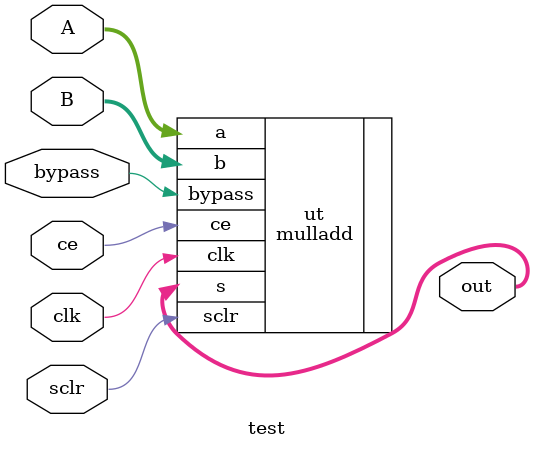
<source format=v>
module test(A, B , clk, sclr, bypass, ce,   out   );

input [7:0]A,B;
output [15:0] out;
input clk, sclr, bypass, ce;


mulladd ut (
  .clk(clk), // input clk
  .ce(ce), // input ce
  .sclr(sclr), // input sclr
  .bypass(bypass), // input bypass
  .a(A), // input [7 : 0] a
  .b(B), // input [7 : 0] b
  .s(out) // output [15 : 0] s
);

endmodule

</source>
